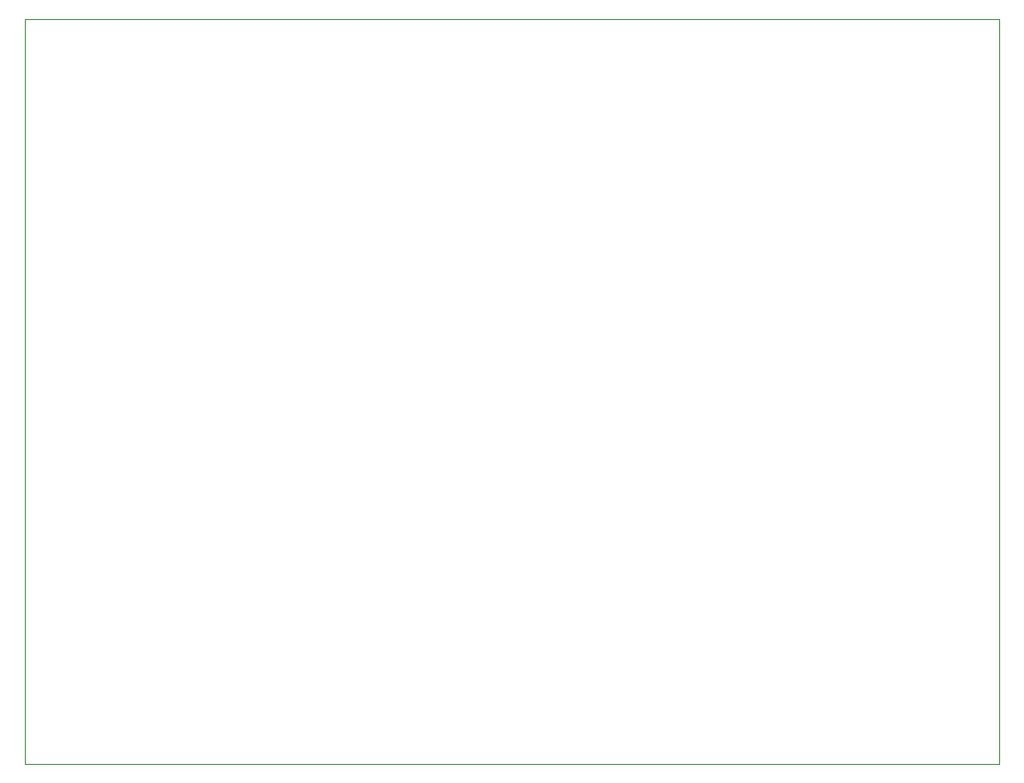
<source format=gbr>
G04 #@! TF.GenerationSoftware,KiCad,Pcbnew,(5.1.0)-1*
G04 #@! TF.CreationDate,2019-07-19T11:38:46-03:00*
G04 #@! TF.ProjectId,Capacimetro_v2,43617061-6369-46d6-9574-726f5f76322e,rev?*
G04 #@! TF.SameCoordinates,Original*
G04 #@! TF.FileFunction,Profile,NP*
%FSLAX46Y46*%
G04 Gerber Fmt 4.6, Leading zero omitted, Abs format (unit mm)*
G04 Created by KiCad (PCBNEW (5.1.0)-1) date 2019-07-19 11:38:46*
%MOMM*%
%LPD*%
G04 APERTURE LIST*
%ADD10C,0.100000*%
G04 APERTURE END LIST*
D10*
X12700000Y-78740000D02*
X12700000Y-12700000D01*
X99060000Y-78740000D02*
X12700000Y-78740000D01*
X99060000Y-12700000D02*
X99060000Y-78740000D01*
X12700000Y-12700000D02*
X99060000Y-12700000D01*
M02*

</source>
